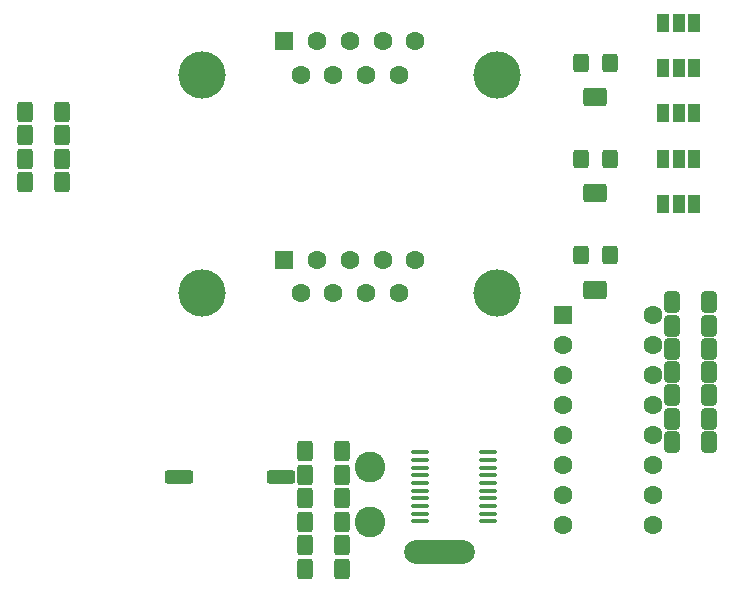
<source format=gbr>
%TF.GenerationSoftware,KiCad,Pcbnew,9.0.6*%
%TF.CreationDate,2026-01-17T14:07:05+01:00*%
%TF.ProjectId,icncconv,69636e63-636f-46e7-962e-6b696361645f,rev?*%
%TF.SameCoordinates,Original*%
%TF.FileFunction,Copper,L1,Top*%
%TF.FilePolarity,Positive*%
%FSLAX46Y46*%
G04 Gerber Fmt 4.6, Leading zero omitted, Abs format (unit mm)*
G04 Created by KiCad (PCBNEW 9.0.6) date 2026-01-17 14:07:05*
%MOMM*%
%LPD*%
G01*
G04 APERTURE LIST*
G04 Aperture macros list*
%AMRoundRect*
0 Rectangle with rounded corners*
0 $1 Rounding radius*
0 $2 $3 $4 $5 $6 $7 $8 $9 X,Y pos of 4 corners*
0 Add a 4 corners polygon primitive as box body*
4,1,4,$2,$3,$4,$5,$6,$7,$8,$9,$2,$3,0*
0 Add four circle primitives for the rounded corners*
1,1,$1+$1,$2,$3*
1,1,$1+$1,$4,$5*
1,1,$1+$1,$6,$7*
1,1,$1+$1,$8,$9*
0 Add four rect primitives between the rounded corners*
20,1,$1+$1,$2,$3,$4,$5,0*
20,1,$1+$1,$4,$5,$6,$7,0*
20,1,$1+$1,$6,$7,$8,$9,0*
20,1,$1+$1,$8,$9,$2,$3,0*%
G04 Aperture macros list end*
%TA.AperFunction,EtchedComponent*%
%ADD10C,0.000000*%
%TD*%
%TA.AperFunction,SMDPad,CuDef*%
%ADD11RoundRect,0.250000X-0.400000X-0.550000X0.400000X-0.550000X0.400000X0.550000X-0.400000X0.550000X0*%
%TD*%
%TA.AperFunction,SMDPad,CuDef*%
%ADD12RoundRect,0.250000X-0.750000X-0.550000X0.750000X-0.550000X0.750000X0.550000X-0.750000X0.550000X0*%
%TD*%
%TA.AperFunction,SMDPad,CuDef*%
%ADD13RoundRect,0.250000X-0.400000X-0.625000X0.400000X-0.625000X0.400000X0.625000X-0.400000X0.625000X0*%
%TD*%
%TA.AperFunction,SMDPad,CuDef*%
%ADD14RoundRect,0.250000X-0.412500X-0.650000X0.412500X-0.650000X0.412500X0.650000X-0.412500X0.650000X0*%
%TD*%
%TA.AperFunction,ComponentPad*%
%ADD15RoundRect,0.250000X-0.550000X-0.550000X0.550000X-0.550000X0.550000X0.550000X-0.550000X0.550000X0*%
%TD*%
%TA.AperFunction,ComponentPad*%
%ADD16C,1.600000*%
%TD*%
%TA.AperFunction,SMDPad,CuDef*%
%ADD17RoundRect,0.100000X-0.637500X-0.100000X0.637500X-0.100000X0.637500X0.100000X-0.637500X0.100000X0*%
%TD*%
%TA.AperFunction,ComponentPad*%
%ADD18C,2.600000*%
%TD*%
%TA.AperFunction,SMDPad,CuDef*%
%ADD19RoundRect,0.250000X-0.970000X-0.310000X0.970000X-0.310000X0.970000X0.310000X-0.970000X0.310000X0*%
%TD*%
%TA.AperFunction,SMDPad,CuDef*%
%ADD20C,2.000000*%
%TD*%
%TA.AperFunction,SMDPad,CuDef*%
%ADD21R,1.000000X1.500000*%
%TD*%
%TA.AperFunction,ComponentPad*%
%ADD22C,4.000000*%
%TD*%
%TA.AperFunction,ComponentPad*%
%ADD23R,1.600000X1.600000*%
%TD*%
G04 APERTURE END LIST*
D10*
%TA.AperFunction,EtchedComponent*%
%TO.C,NT1*%
G36*
X169415000Y-131805000D02*
G01*
X165415000Y-131805000D01*
X165415000Y-129805000D01*
X169415000Y-129805000D01*
X169415000Y-131805000D01*
G37*
%TD.AperFunction*%
%TD*%
D11*
%TO.P,RV3,1,1*%
%TO.N,GND*%
X181880000Y-105690000D03*
D12*
%TO.P,RV3,2,2*%
%TO.N,Net-(SW1-C)*%
X180630000Y-108590000D03*
D11*
%TO.P,RV3,3,3*%
X179380000Y-105690000D03*
%TD*%
%TO.P,RV2,1,1*%
%TO.N,Net-(R4-Pad2)*%
X181880000Y-97540000D03*
D12*
%TO.P,RV2,2,2*%
%TO.N,ICNV_VREF*%
X180630000Y-100440000D03*
D11*
%TO.P,RV2,3,3*%
%TO.N,Net-(R3-Pad1)*%
X179380000Y-97540000D03*
%TD*%
%TO.P,RV1,1,1*%
%TO.N,Net-(R2-Pad1)*%
X181880000Y-89390000D03*
D12*
%TO.P,RV1,2,2*%
%TO.N,ICNV_VREF*%
X180630000Y-92290000D03*
D11*
%TO.P,RV1,3,3*%
%TO.N,Net-(R1-Pad1)*%
X179380000Y-89390000D03*
%TD*%
D13*
%TO.P,R10,1*%
%TO.N,COS-*%
X132352500Y-99500000D03*
%TO.P,R10,2*%
%TO.N,ICNV_VREF*%
X135452500Y-99500000D03*
%TD*%
%TO.P,R9,1*%
%TO.N,ICNV_VREF*%
X132352500Y-97510000D03*
%TO.P,R9,2*%
%TO.N,SIN-*%
X135452500Y-97510000D03*
%TD*%
%TO.P,R8,1*%
%TO.N,ICNV_VREF*%
X132352500Y-95520000D03*
%TO.P,R8,2*%
%TO.N,SIN+*%
X135452500Y-95520000D03*
%TD*%
%TO.P,R7,1*%
%TO.N,ICNV_VREF*%
X132352500Y-93530000D03*
%TO.P,R7,2*%
%TO.N,COS+*%
X135452500Y-93530000D03*
%TD*%
%TO.P,R6,1*%
%TO.N,ICNV_VREF*%
X156080000Y-132200000D03*
%TO.P,R6,2*%
%TO.N,IDX-*%
X159180000Y-132200000D03*
%TD*%
%TO.P,R5,1*%
%TO.N,ICNV_VREF*%
X156080000Y-130210000D03*
%TO.P,R5,2*%
%TO.N,IDX+*%
X159180000Y-130210000D03*
%TD*%
%TO.P,R4,1*%
%TO.N,COS-*%
X156080000Y-128220000D03*
%TO.P,R4,2*%
%TO.N,Net-(R4-Pad2)*%
X159180000Y-128220000D03*
%TD*%
%TO.P,R3,1*%
%TO.N,Net-(R3-Pad1)*%
X156080000Y-126230000D03*
%TO.P,R3,2*%
%TO.N,COS+*%
X159180000Y-126230000D03*
%TD*%
%TO.P,R2,1*%
%TO.N,Net-(R2-Pad1)*%
X156080000Y-124240000D03*
%TO.P,R2,2*%
%TO.N,SIN-*%
X159180000Y-124240000D03*
%TD*%
%TO.P,R1,1*%
%TO.N,Net-(R1-Pad1)*%
X156080000Y-122250000D03*
%TO.P,R1,2*%
%TO.N,SIN+*%
X159180000Y-122250000D03*
%TD*%
D14*
%TO.P,C7,1*%
%TO.N,ICNV_RCLK*%
X187127500Y-121480000D03*
%TO.P,C7,2*%
%TO.N,GND*%
X190252500Y-121480000D03*
%TD*%
%TO.P,C6,1*%
%TO.N,ICNV_RCLK*%
X187127500Y-119510000D03*
%TO.P,C6,2*%
%TO.N,ICNV_VREF*%
X190252500Y-119510000D03*
%TD*%
%TO.P,C5,1*%
%TO.N,GND*%
X187127500Y-117540000D03*
%TO.P,C5,2*%
%TO.N,+5V*%
X190252500Y-117540000D03*
%TD*%
%TO.P,C4,1*%
%TO.N,+5V*%
X187127500Y-115570000D03*
%TO.P,C4,2*%
%TO.N,GND*%
X190252500Y-115570000D03*
%TD*%
%TO.P,C3,1*%
%TO.N,+5V*%
X187127500Y-113600000D03*
%TO.P,C3,2*%
%TO.N,GND*%
X190252500Y-113600000D03*
%TD*%
%TO.P,C2,1*%
%TO.N,+5V*%
X187127500Y-111630000D03*
%TO.P,C2,2*%
%TO.N,GND*%
X190252500Y-111630000D03*
%TD*%
%TO.P,C1,1*%
%TO.N,ICNV_VREF*%
X187127500Y-109660000D03*
%TO.P,C1,2*%
%TO.N,GND*%
X190252500Y-109660000D03*
%TD*%
D15*
%TO.P,U2,1,1A*%
%TO.N,MC_1A*%
X177880000Y-110720000D03*
D16*
%TO.P,U2,2,1Y*%
%TO.N,A+*%
X177880000Y-113260000D03*
%TO.P,U2,3,1Z*%
%TO.N,A-*%
X177880000Y-115800000D03*
%TO.P,U2,4,1\u002C2EN*%
%TO.N,+5V*%
X177880000Y-118340000D03*
%TO.P,U2,5,2Z*%
%TO.N,B-*%
X177880000Y-120880000D03*
%TO.P,U2,6,2Y*%
%TO.N,B+*%
X177880000Y-123420000D03*
%TO.P,U2,7,2A*%
%TO.N,MC_2A*%
X177880000Y-125960000D03*
%TO.P,U2,8,GND*%
%TO.N,GND*%
X177880000Y-128500000D03*
%TO.P,U2,9,3A*%
%TO.N,MC_3A*%
X185500000Y-128500000D03*
%TO.P,U2,10,3Y*%
%TO.N,IDX+*%
X185500000Y-125960000D03*
%TO.P,U2,11,3Z*%
%TO.N,IDX-*%
X185500000Y-123420000D03*
%TO.P,U2,12,3\u002C4EN*%
%TO.N,+5V*%
X185500000Y-120880000D03*
%TO.P,U2,13,4Z*%
%TO.N,unconnected-(U2-4Z-Pad13)*%
X185500000Y-118340000D03*
%TO.P,U2,14,4Y*%
%TO.N,unconnected-(U2-4Y-Pad14)*%
X185500000Y-115800000D03*
%TO.P,U2,15,4A*%
%TO.N,unconnected-(U2-4A-Pad15)*%
X185500000Y-113260000D03*
%TO.P,U2,16,VCC*%
%TO.N,+5V*%
X185500000Y-110720000D03*
%TD*%
D17*
%TO.P,U1,1,PCOS*%
%TO.N,COS+*%
X165802500Y-122355000D03*
%TO.P,U1,2,NCOS*%
%TO.N,COS-*%
X165802500Y-123005000D03*
%TO.P,U1,3,SG1*%
%TO.N,SG1*%
X165802500Y-123655000D03*
%TO.P,U1,4,SG0*%
%TO.N,SG0*%
X165802500Y-124305000D03*
%TO.P,U1,5,VREF*%
%TO.N,ICNV_VREF*%
X165802500Y-124955000D03*
%TO.P,U1,6,ROT*%
%TO.N,ROT*%
X165802500Y-125605000D03*
%TO.P,U1,7,SF1*%
%TO.N,SF1*%
X165802500Y-126255000D03*
%TO.P,U1,8,SF0*%
%TO.N,SF0*%
X165802500Y-126905000D03*
%TO.P,U1,9,GND*%
%TO.N,GND*%
X165802500Y-127555000D03*
%TO.P,U1,10,Z*%
%TO.N,MC_3A*%
X165802500Y-128205000D03*
%TO.P,U1,11,B*%
%TO.N,MC_2A*%
X171527500Y-128205000D03*
%TO.P,U1,12,A*%
%TO.N,MC_1A*%
X171527500Y-127555000D03*
%TO.P,U1,13,VDD*%
%TO.N,+5V*%
X171527500Y-126905000D03*
%TO.P,U1,14,RCLK*%
%TO.N,ICNV_RCLK*%
X171527500Y-126255000D03*
%TO.P,U1,15,VCC*%
%TO.N,+5V*%
X171527500Y-125605000D03*
%TO.P,U1,16,GNDA*%
%TO.N,GNDA*%
X171527500Y-124955000D03*
%TO.P,U1,17,PZERO*%
%TO.N,IDX+*%
X171527500Y-124305000D03*
%TO.P,U1,18,NZERO*%
%TO.N,IDX-*%
X171527500Y-123655000D03*
%TO.P,U1,19,PSIN*%
%TO.N,SIN+*%
X171527500Y-123005000D03*
%TO.P,U1,20,NSIN*%
%TO.N,SIN-*%
X171527500Y-122355000D03*
%TD*%
D18*
%TO.P,TP2,1,1*%
%TO.N,GND*%
X161590000Y-128230000D03*
%TD*%
%TO.P,TP1,1,1*%
%TO.N,Net-(SW1-C)*%
X161590000Y-123580000D03*
%TD*%
D19*
%TO.P,SW1,1,A*%
%TO.N,+5V*%
X145385000Y-124475000D03*
%TO.P,SW1,2,B*%
%TO.N,ICNV_RCLK*%
X153995000Y-124475000D03*
%TD*%
D20*
%TO.P,NT1,1,1*%
%TO.N,GND*%
X165415000Y-130805000D03*
%TO.P,NT1,2,2*%
%TO.N,GNDA*%
X169415000Y-130805000D03*
%TD*%
D21*
%TO.P,JP5,3,B*%
%TO.N,GND*%
X188970000Y-101340000D03*
%TO.P,JP5,2,C*%
%TO.N,SF0*%
X187670000Y-101340000D03*
%TO.P,JP5,1,A*%
%TO.N,+5V*%
X186370000Y-101340000D03*
%TD*%
%TO.P,JP4,3,B*%
%TO.N,GND*%
X188970000Y-97505000D03*
%TO.P,JP4,2,C*%
%TO.N,ROT*%
X187670000Y-97505000D03*
%TO.P,JP4,1,A*%
%TO.N,+5V*%
X186370000Y-97505000D03*
%TD*%
%TO.P,JP3,3,B*%
%TO.N,GND*%
X188970000Y-93670000D03*
%TO.P,JP3,2,C*%
%TO.N,SF1*%
X187670000Y-93670000D03*
%TO.P,JP3,1,A*%
%TO.N,+5V*%
X186370000Y-93670000D03*
%TD*%
%TO.P,JP2,3,B*%
%TO.N,GND*%
X188970000Y-89835000D03*
%TO.P,JP2,2,C*%
%TO.N,SG0*%
X187670000Y-89835000D03*
%TO.P,JP2,1,A*%
%TO.N,+5V*%
X186370000Y-89835000D03*
%TD*%
%TO.P,JP1,3,B*%
%TO.N,GND*%
X188970000Y-86000000D03*
%TO.P,JP1,2,C*%
%TO.N,SG1*%
X187670000Y-86000000D03*
%TO.P,JP1,1,A*%
%TO.N,+5V*%
X186370000Y-86000000D03*
%TD*%
D22*
%TO.P,J2,0*%
%TO.N,N/C*%
X147340000Y-108898676D03*
X172340000Y-108898676D03*
D23*
%TO.P,J2,1,Pin_1*%
%TO.N,A+*%
X154300000Y-106058676D03*
D16*
%TO.P,J2,2,Pin_2*%
%TO.N,A-*%
X157070000Y-106058676D03*
%TO.P,J2,3,Pin_3*%
%TO.N,+5V*%
X159840000Y-106058676D03*
%TO.P,J2,4,Pin_4*%
%TO.N,GND*%
X162610000Y-106058676D03*
%TO.P,J2,5,Pin_5*%
%TO.N,B+*%
X165380000Y-106058676D03*
%TO.P,J2,6,Pin_6*%
%TO.N,B-*%
X155685000Y-108898676D03*
%TO.P,J2,7,Pin_7*%
%TO.N,IDX+*%
X158455000Y-108898676D03*
%TO.P,J2,8,Pin_8*%
%TO.N,IDX-*%
X161225000Y-108898676D03*
%TO.P,J2,9,Pin_9*%
%TO.N,SHIELD*%
X163995000Y-108898676D03*
%TD*%
D22*
%TO.P,J1,0*%
%TO.N,N/C*%
X147340000Y-90379338D03*
X172340000Y-90379338D03*
D23*
%TO.P,J1,1,Pin_1*%
%TO.N,SIN+*%
X154300000Y-87539338D03*
D16*
%TO.P,J1,2,Pin_2*%
%TO.N,SIN-*%
X157070000Y-87539338D03*
%TO.P,J1,3,Pin_3*%
%TO.N,+5V*%
X159840000Y-87539338D03*
%TO.P,J1,4,Pin_4*%
%TO.N,GND*%
X162610000Y-87539338D03*
%TO.P,J1,5,Pin_5*%
%TO.N,COS+*%
X165380000Y-87539338D03*
%TO.P,J1,6,Pin_6*%
%TO.N,COS-*%
X155685000Y-90379338D03*
%TO.P,J1,7,Pin_7*%
%TO.N,IDX+*%
X158455000Y-90379338D03*
%TO.P,J1,8,Pin_8*%
%TO.N,IDX-*%
X161225000Y-90379338D03*
%TO.P,J1,9,Pin_9*%
%TO.N,SHIELD*%
X163995000Y-90379338D03*
%TD*%
M02*

</source>
